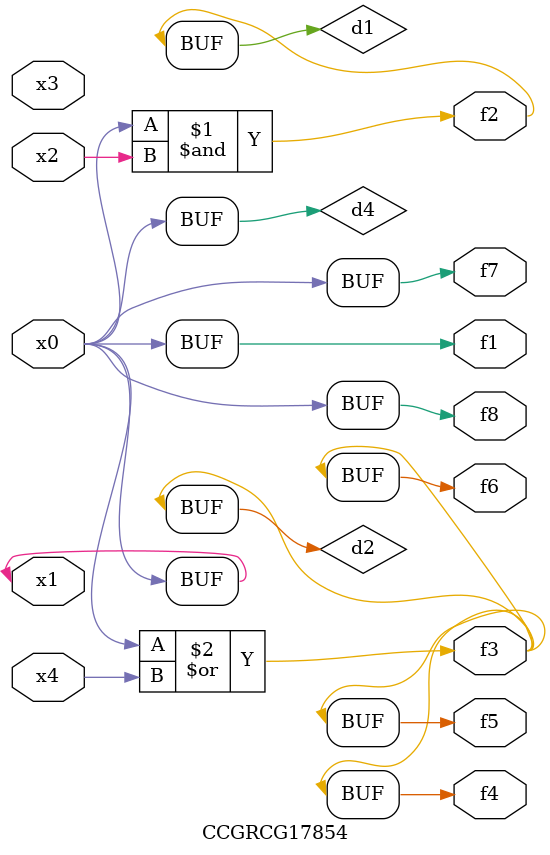
<source format=v>
module CCGRCG17854(
	input x0, x1, x2, x3, x4,
	output f1, f2, f3, f4, f5, f6, f7, f8
);

	wire d1, d2, d3, d4;

	and (d1, x0, x2);
	or (d2, x0, x4);
	nand (d3, x0, x2);
	buf (d4, x0, x1);
	assign f1 = d4;
	assign f2 = d1;
	assign f3 = d2;
	assign f4 = d2;
	assign f5 = d2;
	assign f6 = d2;
	assign f7 = d4;
	assign f8 = d4;
endmodule

</source>
